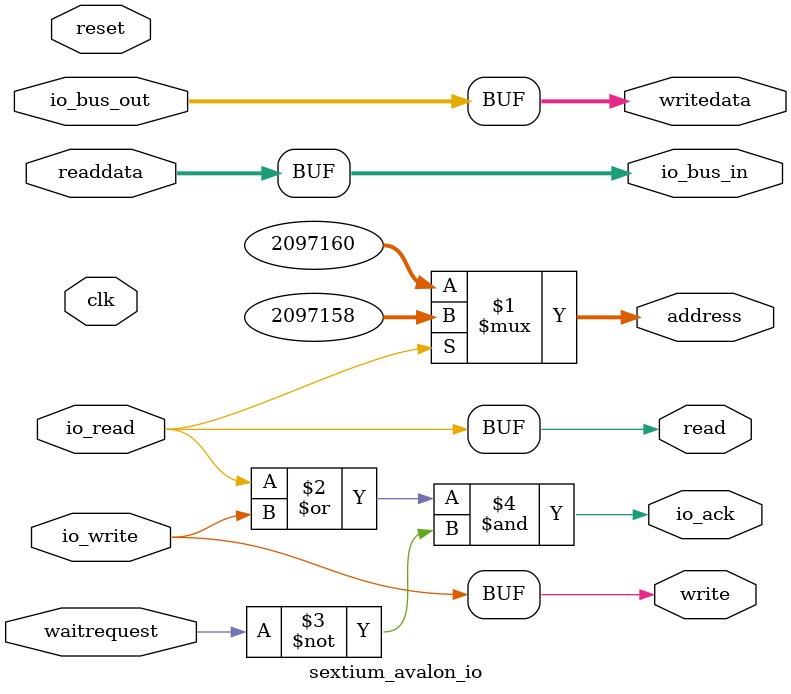
<source format=v>
module sextium_avalon_io
#(
	parameter READ_FIFO_ADDR = 32'h200006,
	parameter WRITE_FIFO_ADDR = 32'h200008
)
(
	input clk,
	input reset,
	
	output [31:0] address,
	output read,
	input [15:0] readdata,
	input waitrequest,
	output write,
	output [15:0] writedata,
	
	output [15:0] io_bus_in,
	input [15:0] io_bus_out,
	input io_read,
	input io_write,
	output io_ack
);

	assign address = io_read ? READ_FIFO_ADDR : WRITE_FIFO_ADDR;
	
	assign read = io_read;
	assign write = io_write;
	assign writedata = io_bus_out;
	assign io_bus_in = readdata;
	assign io_ack = (io_read | io_write) & ~waitrequest;
	
endmodule
</source>
